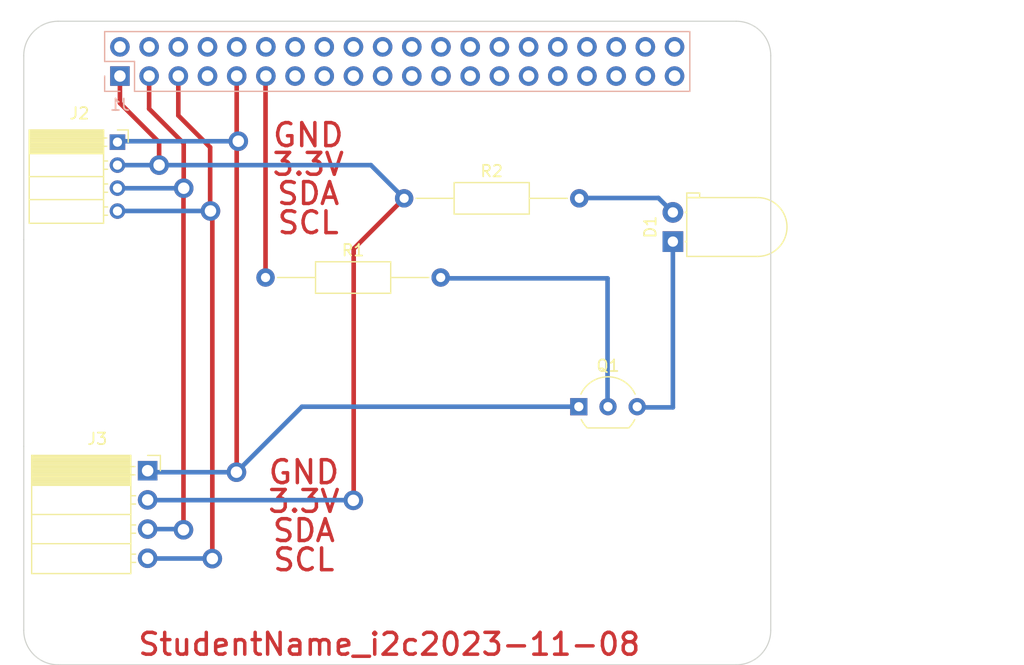
<source format=kicad_pcb>
(kicad_pcb (version 20240108) (generator "pcbnew") (generator_version "8.0")
  (title_block (date "2023-11-08"))
  (layers (0 "F.Cu" signal) (31 "B.Cu" signal) (34 "B.Paste" user) (35 "F.Paste" user) (36 "B.SilkS" user "B.Silkscreen") (37 "F.SilkS" user "F.Silkscreen") (38 "B.Mask" user) (39 "F.Mask" user) (44 "Edge.Cuts" user))
  (net 0 "")
  (net 1 "GND")
  (net 2 "/GPIO2{slash}SDA1")
  (net 3 "/GPIO3{slash}SCL1")
  (net 4 "/GPIO4{slash}GPCLK0")
  (net 5 "/GPIO14{slash}TXD0")
  (net 6 "/GPIO15{slash}RXD0")
  (net 7 "/GPIO17")
  (net 8 "/GPIO18{slash}PCM.CLK")
  (net 9 "/GPIO27")
  (net 10 "/GPIO22")
  (net 11 "/GPIO23")
  (net 12 "/GPIO24")
  (net 13 "/GPIO10{slash}SPI0.MOSI")
  (net 14 "/GPIO9{slash}SPI0.MISO")
  (net 15 "/GPIO25")
  (net 16 "/GPIO11{slash}SPI0.SCLK")
  (net 17 "/GPIO8{slash}SPI0.CE0")
  (net 18 "/GPIO7{slash}SPI0.CE1")
  (net 19 "/ID_SDA")
  (net 20 "/ID_SCL")
  (net 21 "/GPIO5")
  (net 22 "/GPIO6")
  (net 23 "/GPIO12{slash}PWM0")
  (net 24 "/GPIO13{slash}PWM1")
  (net 25 "/GPIO19{slash}PCM.FS")
  (net 26 "/GPIO16")
  (net 27 "/GPIO26")
  (net 28 "/GPIO20{slash}PCM.DIN")
  (net 29 "/GPIO21{slash}PCM.DOUT")
  (net 30 "+5V")
  (net 31 "+3V3")
  (net 32 "Net-(D1-Pad2)")
  (net 33 "Net-(Q1-Pad2)")
  (net 34 "Net-(D1-Pad1)")
  (net 35 "/GND34")
  (net 36 "/GND30")
  (net 37 "/GND20")
  (net 38 "/GND14")
  (net 39 "/GND39")
  (net 40 "/GND25")
  (net 41 "/3.3V17")
  (net 42 "/GND6")
  (net 43 "/5V4")
  (footprint "MountingHole:MountingHole_2.7mm_M2.5" (layer "F.Cu") (at 161.5 47.5)
    (property "Reference" "MH2" (hide yes))
    (property "Value" "MountingHole_2.7mm_M2.5" (hide yes))
    (pad "" np_thru_hole circle (at 0 0) (size 2.7 2.7) (drill 2.7) (layers "*.Cu" "*.Mask"))
  )
  (footprint "LED_THT:LED_D5.0mm_Horizontal_O1.27mm_Z3.0mm" (layer "F.Cu") (at 156.485 63.175 90)
    (property "Reference" "D1" (at 1.27 -1.96 90) (layer "F.SilkS"))
    (property "Value" "LED")
    (fp_line (start 2.54 1.08) (end 2.54 1.08) (stroke (width 0.12)) (layer "F.SilkS"))
    (fp_line (start 2.54 1.08) (end 2.54 1.21) (stroke (width 0.12)) (layer "F.SilkS"))
    (fp_line (start 0 1.08) (end 0 1.08) (stroke (width 0.12)) (layer "F.SilkS"))
    (fp_line (start 0 1.08) (end 0 1.21) (stroke (width 0.12)) (layer "F.SilkS"))
    (fp_line (start 4.23 1.21) (end 4.23 2.33) (stroke (width 0.12)) (layer "F.SilkS"))
    (fp_line (start 3.83 1.21) (end 4.23 1.21) (stroke (width 0.12)) (layer "F.SilkS"))
    (fp_line (start 3.83 1.21) (end 3.83 7.37) (stroke (width 0.12)) (layer "F.SilkS"))
    (fp_line (start 2.54 1.21) (end 2.54 1.08) (stroke (width 0.12)) (layer "F.SilkS"))
    (fp_line (start 2.54 1.21) (end 2.54 1.21) (stroke (width 0.12)) (layer "F.SilkS"))
    (fp_line (start 0 1.21) (end 0 1.08) (stroke (width 0.12)) (layer "F.SilkS"))
    (fp_line (start 0 1.21) (end 0 1.21) (stroke (width 0.12)) (layer "F.SilkS"))
    (fp_line (start -1.29 1.21) (end 3.83 1.21) (stroke (width 0.12)) (layer "F.SilkS"))
    (fp_line (start -1.29 1.21) (end -1.29 7.37) (stroke (width 0.12)) (layer "F.SilkS"))
    (fp_line (start 4.23 2.33) (end 3.83 2.33) (stroke (width 0.12)) (layer "F.SilkS"))
    (fp_line (start 3.83 2.33) (end 3.83 1.21) (stroke (width 0.12)) (layer "F.SilkS"))
    (fp_arc (start 3.83 7.37) (mid 1.27 9.93) (end -1.29 7.37) (stroke (width 0.12)) (layer "F.SilkS"))
    (pad "1" thru_hole rect (at 0 0 90) (size 1.8 1.8) (drill 0.9) (layers "*.Cu" "*.Mask") (net 34 "Net-(D1-Pad1)"))
    (pad "2" thru_hole circle (at 2.54 0 90) (size 1.8 1.8) (drill 0.9) (layers "*.Cu" "*.Mask") (net 32 "Net-(D1-Pad2)"))
  )
  (footprint "Connector_PinSocket_2.00mm:PinSocket_1x04_P2.00mm_Horizontal" (layer "F.Cu") (at 108.155 54.52)
    (property "Reference" "J2" (at -3.31 -2.5 0) (layer "F.SilkS"))
    (property "Value" "Grove Right Angle")
    (fp_line (start -7.68 -1.06) (end -7.68 7.06) (stroke (width 0.12)) (layer "F.SilkS"))
    (fp_line (start -7.68 -1.06) (end -1.21 -1.06) (stroke (width 0.12)) (layer "F.SilkS"))
    (fp_line (start -7.68 -0.94) (end -1.21 -0.94) (stroke (width 0.12)) (layer "F.SilkS"))
    (fp_line (start -7.68 -0.825882) (end -1.21 -0.825882) (stroke (width 0.12)) (layer "F.SilkS"))
    (fp_line (start -7.68 -0.711764) (end -1.21 -0.711764) (stroke (width 0.12)) (layer "F.SilkS"))
    (fp_line (start -7.68 -0.597646) (end -1.21 -0.597646) (stroke (width 0.12)) (layer "F.SilkS"))
    (fp_line (start -7.68 -0.483528) (end -1.21 -0.483528) (stroke (width 0.12)) (layer "F.SilkS"))
    (fp_line (start -7.68 -0.36941) (end -1.21 -0.36941) (stroke (width 0.12)) (layer "F.SilkS"))
    (fp_line (start -7.68 -0.255292) (end -1.21 -0.255292) (stroke (width 0.12)) (layer "F.SilkS"))
    (fp_line (start -7.68 -0.141174) (end -1.21 -0.141174) (stroke (width 0.12)) (layer "F.SilkS"))
    (fp_line (start -7.68 -0.027056) (end -1.21 -0.027056) (stroke (width 0.12)) (layer "F.SilkS"))
    (fp_line (start -7.68 0.087062) (end -1.21 0.087062) (stroke (width 0.12)) (layer "F.SilkS"))
    (fp_line (start -7.68 0.20118) (end -1.21 0.20118) (stroke (width 0.12)) (layer "F.SilkS"))
    (fp_line (start -7.68 0.315298) (end -1.21 0.315298) (stroke (width 0.12)) (layer "F.SilkS"))
    (fp_line (start -7.68 0.429416) (end -1.21 0.429416) (stroke (width 0.12)) (layer "F.SilkS"))
    (fp_line (start -7.68 0.543534) (end -1.21 0.543534) (stroke (width 0.12)) (layer "F.SilkS"))
    (fp_line (start -7.68 0.657652) (end -1.21 0.657652) (stroke (width 0.12)) (layer "F.SilkS"))
    (fp_line (start -7.68 0.77177) (end -1.21 0.77177) (stroke (width 0.12)) (layer "F.SilkS"))
    (fp_line (start -7.68 0.885888) (end -1.21 0.885888) (stroke (width 0.12)) (layer "F.SilkS"))
    (fp_line (start -7.68 1) (end -1.21 1) (stroke (width 0.12)) (layer "F.SilkS"))
    (fp_line (start -7.68 3) (end -1.21 3) (stroke (width 0.12)) (layer "F.SilkS"))
    (fp_line (start -7.68 5) (end -1.21 5) (stroke (width 0.12)) (layer "F.SilkS"))
    (fp_line (start -7.68 7.06) (end -1.21 7.06) (stroke (width 0.12)) (layer "F.SilkS"))
    (fp_line (start -1.21 -1.06) (end -1.21 7.06) (stroke (width 0.12)) (layer "F.SilkS"))
    (fp_line (start -1.21 -0.36) (end -0.935 -0.36) (stroke (width 0.12)) (layer "F.SilkS"))
    (fp_line (start -1.21 0.36) (end -0.935 0.36) (stroke (width 0.12)) (layer "F.SilkS"))
    (fp_line (start -1.21 1.64) (end -0.862917 1.64) (stroke (width 0.12)) (layer "F.SilkS"))
    (fp_line (start -1.21 2.36) (end -0.862917 2.36) (stroke (width 0.12)) (layer "F.SilkS"))
    (fp_line (start -1.21 3.64) (end -0.862917 3.64) (stroke (width 0.12)) (layer "F.SilkS"))
    (fp_line (start -1.21 4.36) (end -0.862917 4.36) (stroke (width 0.12)) (layer "F.SilkS"))
    (fp_line (start -1.21 5.64) (end -0.862917 5.64) (stroke (width 0.12)) (layer "F.SilkS"))
    (fp_line (start -1.21 6.36) (end -0.862917 6.36) (stroke (width 0.12)) (layer "F.SilkS"))
    (fp_line (start 0 -1.06) (end 0.935 -1.06) (stroke (width 0.12)) (layer "F.SilkS"))
    (fp_line (start 0.935 -1.06) (end 0.935 0) (stroke (width 0.12)) (layer "F.SilkS"))
    (pad "1" thru_hole rect (at 0 0) (size 1.35 1.35) (drill 0.8) (layers "*.Cu" "*.Mask") (net 1 "GND"))
    (pad "2" thru_hole oval (at 0 2) (size 1.35 1.35) (drill 0.8) (layers "*.Cu" "*.Mask") (net 31 "+3V3"))
    (pad "3" thru_hole oval (at 0 4) (size 1.35 1.35) (drill 0.8) (layers "*.Cu" "*.Mask") (net 2 "/GPIO2{slash}SDA1"))
    (pad "4" thru_hole oval (at 0 6) (size 1.35 1.35) (drill 0.8) (layers "*.Cu" "*.Mask") (net 3 "/GPIO3{slash}SCL1"))
  )
  (footprint "Resistor_THT:R_Axial_DIN0207_L6.3mm_D2.5mm_P15.24mm_Horizontal" (layer "F.Cu") (at 121.04 66.3)
    (property "Reference" "R1" (at 7.62 -2.37 0) (layer "F.SilkS"))
    (property "Value" "2.2k")
    (fp_line (start 1.04 0) (end 4.35 0) (stroke (width 0.12)) (layer "F.SilkS"))
    (fp_line (start 4.35 -1.37) (end 4.35 1.37) (stroke (width 0.12)) (layer "F.SilkS"))
    (fp_line (start 4.35 1.37) (end 10.89 1.37) (stroke (width 0.12)) (layer "F.SilkS"))
    (fp_line (start 10.89 -1.37) (end 4.35 -1.37) (stroke (width 0.12)) (layer "F.SilkS"))
    (fp_line (start 10.89 1.37) (end 10.89 -1.37) (stroke (width 0.12)) (layer "F.SilkS"))
    (fp_line (start 14.2 0) (end 10.89 0) (stroke (width 0.12)) (layer "F.SilkS"))
    (pad "1" thru_hole circle (at 0 0) (size 1.6 1.6) (drill 0.8) (layers "*.Cu" "*.Mask") (net 7 "/GPIO17"))
    (pad "2" thru_hole oval (at 15.24 0) (size 1.6 1.6) (drill 0.8) (layers "*.Cu" "*.Mask") (net 33 "Net-(Q1-Pad2)"))
  )
  (footprint "Package_TO_SOT_THT:TO-92_Inline_Wide" (layer "F.Cu") (at 148.3 77.54)
    (property "Reference" "Q1" (at 2.54 -3.56 0) (layer "F.SilkS"))
    (property "Value" "2N4124")
    (fp_line (start 0.74 1.85) (end 4.34 1.85) (stroke (width 0.12)) (layer "F.SilkS"))
    (fp_arc (start 0.1836 -1.098807) (mid 1.143021 -2.192817) (end 2.54 -2.6) (stroke (width 0.12)) (layer "F.SilkS"))
    (fp_arc (start 0.74 1.85) (mid 0.446097 1.509328) (end 0.215816 1.122795) (stroke (width 0.12)) (layer "F.SilkS"))
    (fp_arc (start 2.54 -2.6) (mid 3.936979 -2.192818) (end 4.8964 -1.098807) (stroke (width 0.12)) (layer "F.SilkS"))
    (fp_arc (start 4.864184 1.122795) (mid 4.633903 1.509328) (end 4.34 1.85) (stroke (width 0.12)) (layer "F.SilkS"))
    (pad "1" thru_hole rect (at 0 0) (size 1.5 1.5) (drill 0.8) (layers "*.Cu" "*.Mask") (net 1 "GND"))
    (pad "2" thru_hole circle (at 2.54 0) (size 1.5 1.5) (drill 0.8) (layers "*.Cu" "*.Mask") (net 33 "Net-(Q1-Pad2)"))
    (pad "3" thru_hole circle (at 5.08 0) (size 1.5 1.5) (drill 0.8) (layers "*.Cu" "*.Mask") (net 34 "Net-(D1-Pad1)"))
  )
  (footprint "MountingHole:MountingHole_2.7mm_M2.5" (layer "F.Cu") (at 103.5 96.5)
    (property "Reference" "MH3" (hide yes))
    (property "Value" "MountingHole_2.7mm_M2.5" (hide yes))
    (pad "" np_thru_hole circle (at 0 0) (size 2.7 2.7) (drill 2.7) (layers "*.Cu" "*.Mask"))
  )
  (footprint "MountingHole:MountingHole_2.7mm_M2.5" (layer "F.Cu") (at 103.5 47.5)
    (property "Reference" "MH1" (hide yes))
    (property "Value" "MountingHole_2.7mm_M2.5" (hide yes))
    (pad "" np_thru_hole circle (at 0 0) (size 2.7 2.7) (drill 2.7) (layers "*.Cu" "*.Mask"))
  )
  (footprint "Resistor_THT:R_Axial_DIN0207_L6.3mm_D2.5mm_P15.24mm_Horizontal" (layer "F.Cu") (at 133.1 59.41)
    (property "Reference" "R2" (at 7.62 -2.37 0) (layer "F.SilkS"))
    (property "Value" "220")
    (fp_line (start 1.04 0) (end 4.35 0) (stroke (width 0.12)) (layer "F.SilkS"))
    (fp_line (start 4.35 -1.37) (end 4.35 1.37) (stroke (width 0.12)) (layer "F.SilkS"))
    (fp_line (start 4.35 1.37) (end 10.89 1.37) (stroke (width 0.12)) (layer "F.SilkS"))
    (fp_line (start 10.89 -1.37) (end 4.35 -1.37) (stroke (width 0.12)) (layer "F.SilkS"))
    (fp_line (start 10.89 1.37) (end 10.89 -1.37) (stroke (width 0.12)) (layer "F.SilkS"))
    (fp_line (start 14.2 0) (end 10.89 0) (stroke (width 0.12)) (layer "F.SilkS"))
    (pad "1" thru_hole circle (at 0 0) (size 1.6 1.6) (drill 0.8) (layers "*.Cu" "*.Mask") (net 31 "+3V3"))
    (pad "2" thru_hole oval (at 15.24 0) (size 1.6 1.6) (drill 0.8) (layers "*.Cu" "*.Mask") (net 32 "Net-(D1-Pad2)"))
  )
  (footprint "MountingHole:MountingHole_2.7mm_M2.5" (layer "F.Cu") (at 161.5 96.5)
    (property "Reference" "MH4" (hide yes))
    (property "Value" "MountingHole_2.7mm_M2.5" (hide yes))
    (pad "" np_thru_hole circle (at 0 0) (size 2.7 2.7) (drill 2.7) (layers "*.Cu" "*.Mask"))
  )
  (footprint "Connector_PinSocket_2.54mm:PinSocket_1x04_P2.54mm_Horizontal" (layer "F.Cu") (at 110.78 83.11)
    (property "Reference" "J3" (at -4.38 -2.77 0) (layer "F.SilkS"))
    (property "Value" "Conn_01x04_Female")
    (fp_line (start -10.09 -1.33) (end -10.09 8.95) (stroke (width 0.12)) (layer "F.SilkS"))
    (fp_line (start -10.09 -1.33) (end -1.46 -1.33) (stroke (width 0.12)) (layer "F.SilkS"))
    (fp_line (start -10.09 -1.21) (end -1.46 -1.21) (stroke (width 0.12)) (layer "F.SilkS"))
    (fp_line (start -10.09 -1.091905) (end -1.46 -1.091905) (stroke (width 0.12)) (layer "F.SilkS"))
    (fp_line (start -10.09 -0.97381) (end -1.46 -0.97381) (stroke (width 0.12)) (layer "F.SilkS"))
    (fp_line (start -10.09 -0.855715) (end -1.46 -0.855715) (stroke (width 0.12)) (layer "F.SilkS"))
    (fp_line (start -10.09 -0.73762) (end -1.46 -0.73762) (stroke (width 0.12)) (layer "F.SilkS"))
    (fp_line (start -10.09 -0.619525) (end -1.46 -0.619525) (stroke (width 0.12)) (layer "F.SilkS"))
    (fp_line (start -10.09 -0.50143) (end -1.46 -0.50143) (stroke (width 0.12)) (layer "F.SilkS"))
    (fp_line (start -10.09 -0.383335) (end -1.46 -0.383335) (stroke (width 0.12)) (layer "F.SilkS"))
    (fp_line (start -10.09 -0.26524) (end -1.46 -0.26524) (stroke (width 0.12)) (layer "F.SilkS"))
    (fp_line (start -10.09 -0.147145) (end -1.46 -0.147145) (stroke (width 0.12)) (layer "F.SilkS"))
    (fp_line (start -10.09 -0.02905) (end -1.46 -0.02905) (stroke (width 0.12)) (layer "F.SilkS"))
    (fp_line (start -10.09 0.089045) (end -1.46 0.089045) (stroke (width 0.12)) (layer "F.SilkS"))
    (fp_line (start -10.09 0.20714) (end -1.46 0.20714) (stroke (width 0.12)) (layer "F.SilkS"))
    (fp_line (start -10.09 0.325235) (end -1.46 0.325235) (stroke (width 0.12)) (layer "F.SilkS"))
    (fp_line (start -10.09 0.44333) (end -1.46 0.44333) (stroke (width 0.12)) (layer "F.SilkS"))
    (fp_line (start -10.09 0.561425) (end -1.46 0.561425) (stroke (width 0.12)) (layer "F.SilkS"))
    (fp_line (start -10.09 0.67952) (end -1.46 0.67952) (stroke (width 0.12)) (layer "F.SilkS"))
    (fp_line (start -10.09 0.797615) (end -1.46 0.797615) (stroke (width 0.12)) (layer "F.SilkS"))
    (fp_line (start -10.09 0.91571) (end -1.46 0.91571) (stroke (width 0.12)) (layer "F.SilkS"))
    (fp_line (start -10.09 1.033805) (end -1.46 1.033805) (stroke (width 0.12)) (layer "F.SilkS"))
    (fp_line (start -10.09 1.1519) (end -1.46 1.1519) (stroke (width 0.12)) (layer "F.SilkS"))
    (fp_line (start -10.09 1.27) (end -1.46 1.27) (stroke (width 0.12)) (layer "F.SilkS"))
    (fp_line (start -10.09 3.81) (end -1.46 3.81) (stroke (width 0.12)) (layer "F.SilkS"))
    (fp_line (start -10.09 6.35) (end -1.46 6.35) (stroke (width 0.12)) (layer "F.SilkS"))
    (fp_line (start -10.09 8.95) (end -1.46 8.95) (stroke (width 0.12)) (layer "F.SilkS"))
    (fp_line (start -1.46 -1.33) (end -1.46 8.95) (stroke (width 0.12)) (layer "F.SilkS"))
    (fp_line (start -1.46 -0.36) (end -1.11 -0.36) (stroke (width 0.12)) (layer "F.SilkS"))
    (fp_line (start -1.46 0.36) (end -1.11 0.36) (stroke (width 0.12)) (layer "F.SilkS"))
    (fp_line (start -1.46 2.18) (end -1.05 2.18) (stroke (width 0.12)) (layer "F.SilkS"))
    (fp_line (start -1.46 2.9) (end -1.05 2.9) (stroke (width 0.12)) (layer "F.SilkS"))
    (fp_line (start -1.46 4.72) (end -1.05 4.72) (stroke (width 0.12)) (layer "F.SilkS"))
    (fp_line (start -1.46 5.44) (end -1.05 5.44) (stroke (width 0.12)) (layer "F.SilkS"))
    (fp_line (start -1.46 7.26) (end -1.05 7.26) (stroke (width 0.12)) (layer "F.SilkS"))
    (fp_line (start -1.46 7.98) (end -1.05 7.98) (stroke (width 0.12)) (layer "F.SilkS"))
    (fp_line (start 0 -1.33) (end 1.11 -1.33) (stroke (width 0.12)) (layer "F.SilkS"))
    (fp_line (start 1.11 -1.33) (end 1.11 0) (stroke (width 0.12)) (layer "F.SilkS"))
    (pad "1" thru_hole rect (at 0 0) (size 1.7 1.7) (drill 1) (layers "*.Cu" "*.Mask") (net 1 "GND"))
    (pad "2" thru_hole oval (at 0 2.54) (size 1.7 1.7) (drill 1) (layers "*.Cu" "*.Mask") (net 31 "+3V3"))
    (pad "3" thru_hole oval (at 0 5.08) (size 1.7 1.7) (drill 1) (layers "*.Cu" "*.Mask") (net 2 "/GPIO2{slash}SDA1"))
    (pad "4" thru_hole oval (at 0 7.62) (size 1.7 1.7) (drill 1) (layers "*.Cu" "*.Mask") (net 3 "/GPIO3{slash}SCL1"))
  )
  (footprint "Connector_PinSocket_2.54mm:PinSocket_2x20_P2.54mm_Vertical" (layer "B.Cu") (at 108.37 48.77 -90)
    (property "Reference" "J1" (at 2.5 0 0) (layer "B.SilkS") (effects (justify mirror)))
    (property "Value" "GPIO")
    (fp_line (start -3.87 1.33) (end -1.27 1.33) (stroke (width 0.12)) (layer "B.SilkS"))
    (fp_line (start -3.87 1.33) (end -3.87 -49.59) (stroke (width 0.12)) (layer "B.SilkS"))
    (fp_line (start -1.27 1.33) (end -1.27 -1.27) (stroke (width 0.12)) (layer "B.SilkS"))
    (fp_line (start 0 1.33) (end 1.33 1.33) (stroke (width 0.12)) (layer "B.SilkS"))
    (fp_line (start 1.33 1.33) (end 1.33 0) (stroke (width 0.12)) (layer "B.SilkS"))
    (fp_line (start -1.27 -1.27) (end 1.33 -1.27) (stroke (width 0.12)) (layer "B.SilkS"))
    (fp_line (start 1.33 -1.27) (end 1.33 -49.59) (stroke (width 0.12)) (layer "B.SilkS"))
    (fp_line (start -3.87 -49.59) (end 1.33 -49.59) (stroke (width 0.12)) (layer "B.SilkS"))
    (pad "1" thru_hole rect (at 0 0 270) (size 1.7 1.7) (drill 1) (layers "*.Cu" "*.Mask") (net 31 "+3V3"))
    (pad "2" thru_hole oval (at -2.54 0 270) (size 1.7 1.7) (drill 1) (layers "*.Cu" "*.Mask") (net 30 "+5V"))
    (pad "3" thru_hole oval (at 0 -2.54 270) (size 1.7 1.7) (drill 1) (layers "*.Cu" "*.Mask") (net 2 "/GPIO2{slash}SDA1"))
    (pad "4" thru_hole oval (at -2.54 -2.54 270) (size 1.7 1.7) (drill 1) (layers "*.Cu" "*.Mask") (net 43 "/5V4"))
    (pad "5" thru_hole oval (at 0 -5.08 270) (size 1.7 1.7) (drill 1) (layers "*.Cu" "*.Mask") (net 3 "/GPIO3{slash}SCL1"))
    (pad "6" thru_hole oval (at -2.54 -5.08 270) (size 1.7 1.7) (drill 1) (layers "*.Cu" "*.Mask") (net 42 "/GND6"))
    (pad "7" thru_hole oval (at 0 -7.62 270) (size 1.7 1.7) (drill 1) (layers "*.Cu" "*.Mask") (net 4 "/GPIO4{slash}GPCLK0"))
    (pad "8" thru_hole oval (at -2.54 -7.62 270) (size 1.7 1.7) (drill 1) (layers "*.Cu" "*.Mask") (net 5 "/GPIO14{slash}TXD0"))
    (pad "9" thru_hole oval (at 0 -10.16 270) (size 1.7 1.7) (drill 1) (layers "*.Cu" "*.Mask") (net 1 "GND"))
    (pad "10" thru_hole oval (at -2.54 -10.16 270) (size 1.7 1.7) (drill 1) (layers "*.Cu" "*.Mask") (net 6 "/GPIO15{slash}RXD0"))
    (pad "11" thru_hole oval (at 0 -12.7 270) (size 1.7 1.7) (drill 1) (layers "*.Cu" "*.Mask") (net 7 "/GPIO17"))
    (pad "12" thru_hole oval (at -2.54 -12.7 270) (size 1.7 1.7) (drill 1) (layers "*.Cu" "*.Mask") (net 8 "/GPIO18{slash}PCM.CLK"))
    (pad "13" thru_hole oval (at 0 -15.24 270) (size 1.7 1.7) (drill 1) (layers "*.Cu" "*.Mask") (net 9 "/GPIO27"))
    (pad "14" thru_hole oval (at -2.54 -15.24 270) (size 1.7 1.7) (drill 1) (layers "*.Cu" "*.Mask") (net 38 "/GND14"))
    (pad "15" thru_hole oval (at 0 -17.78 270) (size 1.7 1.7) (drill 1) (layers "*.Cu" "*.Mask") (net 10 "/GPIO22"))
    (pad "16" thru_hole oval (at -2.54 -17.78 270) (size 1.7 1.7) (drill 1) (layers "*.Cu" "*.Mask") (net 11 "/GPIO23"))
    (pad "17" thru_hole oval (at 0 -20.32 270) (size 1.7 1.7) (drill 1) (layers "*.Cu" "*.Mask") (net 41 "/3.3V17"))
    (pad "18" thru_hole oval (at -2.54 -20.32 270) (size 1.7 1.7) (drill 1) (layers "*.Cu" "*.Mask") (net 12 "/GPIO24"))
    (pad "19" thru_hole oval (at 0 -22.86 270) (size 1.7 1.7) (drill 1) (layers "*.Cu" "*.Mask") (net 13 "/GPIO10{slash}SPI0.MOSI"))
    (pad "20" thru_hole oval (at -2.54 -22.86 270) (size 1.7 1.7) (drill 1) (layers "*.Cu" "*.Mask") (net 37 "/GND20"))
    (pad "21" thru_hole oval (at 0 -25.4 270) (size 1.7 1.7) (drill 1) (layers "*.Cu" "*.Mask") (net 14 "/GPIO9{slash}SPI0.MISO"))
    (pad "22" thru_hole oval (at -2.54 -25.4 270) (size 1.7 1.7) (drill 1) (layers "*.Cu" "*.Mask") (net 15 "/GPIO25"))
    (pad "23" thru_hole oval (at 0 -27.94 270) (size 1.7 1.7) (drill 1) (layers "*.Cu" "*.Mask") (net 16 "/GPIO11{slash}SPI0.SCLK"))
    (pad "24" thru_hole oval (at -2.54 -27.94 270) (size 1.7 1.7) (drill 1) (layers "*.Cu" "*.Mask") (net 17 "/GPIO8{slash}SPI0.CE0"))
    (pad "25" thru_hole oval (at 0 -30.48 270) (size 1.7 1.7) (drill 1) (layers "*.Cu" "*.Mask") (net 40 "/GND25"))
    (pad "26" thru_hole oval (at -2.54 -30.48 270) (size 1.7 1.7) (drill 1) (layers "*.Cu" "*.Mask") (net 18 "/GPIO7{slash}SPI0.CE1"))
    (pad "27" thru_hole oval (at 0 -33.02 270) (size 1.7 1.7) (drill 1) (layers "*.Cu" "*.Mask") (net 19 "/ID_SDA"))
    (pad "28" thru_hole oval (at -2.54 -33.02 270) (size 1.7 1.7) (drill 1) (layers "*.Cu" "*.Mask") (net 20 "/ID_SCL"))
    (pad "29" thru_hole oval (at 0 -35.56 270) (size 1.7 1.7) (drill 1) (layers "*.Cu" "*.Mask") (net 21 "/GPIO5"))
    (pad "30" thru_hole oval (at -2.54 -35.56 270) (size 1.7 1.7) (drill 1) (layers "*.Cu" "*.Mask") (net 36 "/GND30"))
    (pad "31" thru_hole oval (at 0 -38.1 270) (size 1.7 1.7) (drill 1) (layers "*.Cu" "*.Mask") (net 22 "/GPIO6"))
    (pad "32" thru_hole oval (at -2.54 -38.1 270) (size 1.7 1.7) (drill 1) (layers "*.Cu" "*.Mask") (net 23 "/GPIO12{slash}PWM0"))
    (pad "33" thru_hole oval (at 0 -40.64 270) (size 1.7 1.7) (drill 1) (layers "*.Cu" "*.Mask") (net 24 "/GPIO13{slash}PWM1"))
    (pad "34" thru_hole oval (at -2.54 -40.64 270) (size 1.7 1.7) (drill 1) (layers "*.Cu" "*.Mask") (net 35 "/GND34"))
    (pad "35" thru_hole oval (at 0 -43.18 270) (size 1.7 1.7) (drill 1) (layers "*.Cu" "*.Mask") (net 25 "/GPIO19{slash}PCM.FS"))
    (pad "36" thru_hole oval (at -2.54 -43.18 270) (size 1.7 1.7) (drill 1) (layers "*.Cu" "*.Mask") (net 26 "/GPIO16"))
    (pad "37" thru_hole oval (at 0 -45.72 270) (size 1.7 1.7) (drill 1) (layers "*.Cu" "*.Mask") (net 27 "/GPIO26"))
    (pad "38" thru_hole oval (at -2.54 -45.72 270) (size 1.7 1.7) (drill 1) (layers "*.Cu" "*.Mask") (net 28 "/GPIO20{slash}PCM.DIN"))
    (pad "39" thru_hole oval (at 0 -48.26 270) (size 1.7 1.7) (drill 1) (layers "*.Cu" "*.Mask") (net 39 "/GND39"))
    (pad "40" thru_hole oval (at -2.54 -48.26 270) (size 1.7 1.7) (drill 1) (layers "*.Cu" "*.Mask") (net 29 "/GPIO21{slash}PCM.DOUT"))
  )
  (gr_arc (start 162 44) (mid 164.12132 44.87868) (end 165 47) (stroke (width 0.1)) (layer "Edge.Cuts"))
  (gr_line (start 165 97) (end 165 47) (stroke (width 0.1)) (layer "Edge.Cuts"))
  (gr_line (start 100 47) (end 100 63) (stroke (width 0.1)) (layer "Edge.Cuts"))
  (gr_arc (start 103 100) (mid 100.87868 99.12132) (end 100 97) (stroke (width 0.1)) (layer "Edge.Cuts"))
  (gr_line (start 103 100) (end 162 100) (stroke (width 0.1)) (layer "Edge.Cuts"))
  (gr_arc (start 165 97) (mid 164.12132 99.12132) (end 162 100) (stroke (width 0.1)) (layer "Edge.Cuts"))
  (gr_line (start 100 63) (end 100 81) (stroke (width 0.1)) (layer "Edge.Cuts"))
  (gr_arc (start 100 47) (mid 100.87868 44.87868) (end 103 44) (stroke (width 0.1)) (layer "Edge.Cuts"))
  (gr_line (start 100 81) (end 100 97) (stroke (width 0.1)) (layer "Edge.Cuts"))
  (gr_line (start 162 44) (end 103 44) (stroke (width 0.1)) (layer "Edge.Cuts"))
  (gr_text "StudentName_i2c2023-11-08" (at 131.807877 98.211126 0) (layer "F.Cu") (effects (font (size 1.9 1.9) (thickness 0.3))))
  (gr_text "SCL" (at 124.76 61.53 0) (layer "F.Cu") (effects (font (size 1.9 1.9) (thickness 0.3))))
  (gr_text "SDA" (at 124.76 58.99 0) (layer "F.Cu") (effects (font (size 1.9 1.9) (thickness 0.3))))
  (gr_text "SDA" (at 124.38 88.32 0) (layer "F.Cu") (effects (font (size 1.9 1.9) (thickness 0.3))))
  (gr_text "GND" (at 124.76 53.91 0) (layer "F.Cu") (effects (font (size 2 2) (thickness 0.3))))
  (gr_text "SCL" (at 124.38 90.86 0) (layer "F.Cu") (effects (font (size 1.9 1.9) (thickness 0.3))))
  (gr_text "GND" (at 124.38 83.24 0) (layer "F.Cu") (effects (font (size 2 2) (thickness 0.3))))
  (gr_text "3.3V" (at 124.76 56.45 0) (layer "F.Cu") (effects (font (size 1.9 1.9) (thickness 0.3))))
  (gr_text "3.3V" (at 124.38 85.78 0) (layer "F.Cu") (effects (font (size 1.9 1.9) (thickness 0.3))))
  (segment (start 118.53 83.22) (end 118.53 48.77) (width 0.4) (layer "F.Cu") (net 1))
  (segment (start 118.51 83.24) (end 118.53 83.22) (width 0.4) (layer "F.Cu") (net 1))
  (via (at 118.67 54.44) (size 1.7) (drill 1) (layers "F.Cu" "B.Cu") (net 1))
  (via (at 118.51 83.24) (size 1.7) (drill 1) (layers "F.Cu" "B.Cu") (net 1))
  (segment (start 148.26 77.54) (end 124.21 77.54) (width 0.4) (layer "B.Cu") (net 1))
  (segment (start 124.21 77.54) (end 118.51 83.24) (width 0.4) (layer "B.Cu") (net 1))
  (segment (start 118.51 83.24) (end 110.985 83.24) (width 0.4) (layer "B.Cu") (net 1))
  (segment (start 108.235 54.44) (end 118.67 54.44) (width 0.4) (layer "B.Cu") (net 1))
  (segment (start 108.155 54.52) (end 108.235 54.44) (width 0.4) (layer "B.Cu") (net 1))
  (segment (start 113.92 54.63) (end 110.91 51.62) (width 0.4) (layer "F.Cu") (net 2))
  (segment (start 110.91 51.62) (end 110.91 48.77) (width 0.4) (layer "F.Cu") (net 2))
  (segment (start 113.92 58.53) (end 113.92 54.63) (width 0.4) (layer "F.Cu") (net 2))
  (segment (start 113.9 58.55) (end 113.92 58.53) (width 0.4) (layer "F.Cu") (net 2))
  (segment (start 113.9 88.25) (end 113.9 58.55) (width 0.4) (layer "F.Cu") (net 2))
  (via (at 113.9 88.25) (size 1.7) (drill 1) (layers "F.Cu" "B.Cu") (net 2))
  (via (at 113.92 58.53) (size 1.7) (drill 1) (layers "F.Cu" "B.Cu") (net 2))
  (segment (start 110.78 88.19) (end 113.84 88.19) (width 0.4) (layer "B.Cu") (net 2))
  (segment (start 113.92 58.53) (end 108.165 58.53) (width 0.4) (layer "B.Cu") (net 2))
  (segment (start 113.84 88.19) (end 113.9 88.25) (width 0.4) (layer "B.Cu") (net 2))
  (segment (start 108.165 58.53) (end 108.155 58.52) (width 0.4) (layer "B.Cu") (net 2))
  (segment (start 116.41 90.76) (end 116.41 60.67) (width 0.4) (layer "F.Cu") (net 3))
  (segment (start 116.41 60.67) (end 116.25 60.51) (width 0.4) (layer "F.Cu") (net 3))
  (segment (start 116.25 60.51) (end 116.22 60.48) (width 0.4) (layer "F.Cu") (net 3))
  (segment (start 108.165 60.51) (end 108.155 60.52) (width 0.4) (layer "F.Cu") (net 3))
  (segment (start 116.22 54.97) (end 113.45 52.2) (width 0.4) (layer "F.Cu") (net 3))
  (segment (start 113.45 52.2) (end 113.45 48.77) (width 0.4) (layer "F.Cu") (net 3))
  (segment (start 116.22 60.48) (end 116.22 54.97) (width 0.4) (layer "F.Cu") (net 3))
  (via (at 116.41 90.76) (size 1.7) (drill 1) (layers "F.Cu" "B.Cu") (net 3))
  (via (at 116.25 60.51) (size 1.7) (drill 1) (layers "F.Cu" "B.Cu") (net 3))
  (segment (start 116.25 60.51) (end 108.165 60.51) (width 0.4) (layer "B.Cu") (net 3))
  (segment (start 111.045 90.75) (end 116.16 90.75) (width 0.4) (layer "B.Cu") (net 3))
  (segment (start 121.04 66.3) (end 121.04 48.8) (width 0.4) (layer "F.Cu") (net 7))
  (segment (start 121.04 48.8) (end 121.07 48.77) (width 0.4) (layer "F.Cu") (net 7))
  (segment (start 111.78 56.52) (end 112.07 56.52) (width 0.4) (layer "F.Cu") (net 31))
  (segment (start 111.78 54.53) (end 108.37 51.12) (width 0.4) (layer "F.Cu") (net 31))
  (segment (start 133.1 59.41) (end 128.71 63.8) (width 0.4) (layer "F.Cu") (net 31))
  (segment (start 128.71 63.8) (end 128.71 85.66) (width 0.4) (layer "F.Cu") (net 31))
  (segment (start 111.78 56.52) (end 111.78 54.53) (width 0.4) (layer "F.Cu") (net 31))
  (segment (start 128.71 85.66) (end 128.69 85.68) (width 0.4) (layer "F.Cu") (net 31))
  (segment (start 108.37 51.12) (end 108.37 48.77) (width 0.4) (layer "F.Cu") (net 31))
  (via (at 128.68 85.69) (size 1.7) (drill 1) (layers "F.Cu" "B.Cu") (net 31))
  (via (at 111.78 56.52) (size 1.7) (drill 1) (layers "F.Cu" "B.Cu") (net 31))
  (segment (start 128.66 85.67) (end 128.68 85.69) (width 0.4) (layer "B.Cu") (net 31))
  (segment (start 130.21 56.52) (end 133.1 59.41) (width 0.4) (layer "B.Cu") (net 31))
  (segment (start 112.07 56.52) (end 108.155 56.52) (width 0.4) (layer "B.Cu") (net 31))
  (segment (start 111.045 85.67) (end 128.66 85.67) (width 0.4) (layer "B.Cu") (net 31))
  (segment (start 111.78 56.52) (end 130.21 56.52) (width 0.4) (layer "B.Cu") (net 31))
  (segment (start 110.685 85.67) (end 111.045 85.67) (width 0.4) (layer "B.Cu") (net 31))
  (segment (start 155.23 59.38) (end 148.28 59.38) (width 0.4) (layer "B.Cu") (net 32))
  (segment (start 148.28 59.38) (end 148.26 59.36) (width 0.4) (layer "B.Cu") (net 32))
  (segment (start 156.485 60.635) (end 155.23 59.38) (width 0.4) (layer "B.Cu") (net 32))
  (segment (start 150.8 77.35) (end 151.05 77.6) (width 0.4) (layer "B.Cu") (net 33))
  (segment (start 150.8 66.37) (end 150.8 77.35) (width 0.4) (layer "B.Cu") (net 33))
  (segment (start 136.21 66.37) (end 150.8 66.37) (width 0.4) (layer "B.Cu") (net 33))
  (segment (start 156.485 77.6) (end 156.485 63.175) (width 0.4) (layer "B.Cu") (net 34))
  (segment (start 153.59 77.6) (end 156.485 77.6) (width 0.4) (layer "B.Cu") (net 34))
  (segment (start 128.69 48.77) (end 128.71 48.79) (width 0.4) (layer "F.Cu") (net 41))
)
</source>
